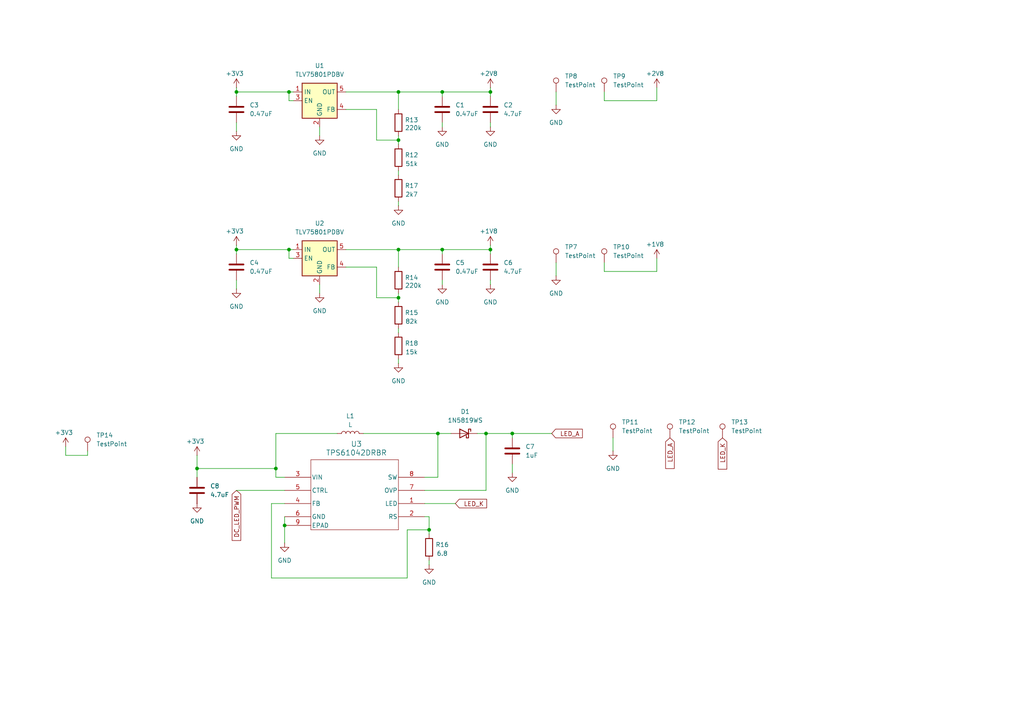
<source format=kicad_sch>
(kicad_sch (version 20250114) (generator "eeschema") (generator_version "9.0")
  (paper "A4")
  (lib_symbols
    (symbol "Connector:TestPoint" (pin_numbers (hide yes)) (pin_names (offset 0.762) (hide yes))
      (property "Reference" "TP" (at 0 6.858 0))
      (property "Value" "TestPoint" (at 0 5.08 0))
      (symbol "TestPoint_0_1"
        (circle (center 0 3.302) (radius 0.762))
      )
      (symbol "TestPoint_1_1"
        (pin passive line (at 0 0 90) (length 2.54) (name "1") (number "1"))
      )
    )
    (symbol "Device:C" (pin_numbers (hide yes)) (pin_names (offset 0.254))
      (property "Reference" "C" (at 0.635 2.54 0))
      (property "Value" "C" (at 0.635 -2.54 0))
      (symbol "C_0_1"
        (polyline (pts (xy -2.032 0.762) (xy 2.032 0.762)) (stroke (width 0.508)))
        (polyline (pts (xy -2.032 -0.762) (xy 2.032 -0.762)) (stroke (width 0.508)))
      )
      (symbol "C_1_1"
        (pin passive line (at 0 3.81 270) (length 2.794) (name "~") (number "1"))
        (pin passive line (at 0 -3.81 90) (length 2.794) (name "~") (number "2"))
      )
    )
    (symbol "Device:L" (pin_numbers (hide yes)) (pin_names (offset 1.016) (hide yes))
      (property "Reference" "L" (at -1.27 0 90))
      (property "Value" "L" (at 1.905 0 90))
      (symbol "L_0_1"
        (arc (start 0 2.54) (mid 0.6323 1.905) (end 0 1.27))
        (arc (start 0 1.27) (mid 0.6323 0.635) (end 0 0))
        (arc (start 0 0) (mid 0.6323 -0.635) (end 0 -1.27))
        (arc (start 0 -1.27) (mid 0.6323 -1.905) (end 0 -2.54))
      )
      (symbol "L_1_1"
        (pin passive line (at 0 3.81 270) (length 1.27) (name "1") (number "1"))
        (pin passive line (at 0 -3.81 90) (length 1.27) (name "2") (number "2"))
      )
    )
    (symbol "Device:R" (pin_numbers (hide yes)) (pin_names (offset 0))
      (property "Reference" "R" (at 2.032 0 90))
      (property "Value" "R" (at 0 0 90))
      (symbol "R_0_1"
        (rectangle (start -1.016 -2.54) (end 1.016 2.54) (stroke (width 0.254)))
      )
      (symbol "R_1_1"
        (pin passive line (at 0 3.81 270) (length 1.27) (name "~") (number "1"))
        (pin passive line (at 0 -3.81 90) (length 1.27) (name "~") (number "2"))
      )
    )
    (symbol "Diode:1N5819WS" (pin_numbers (hide yes)) (pin_names (offset 1.016) (hide yes))
      (property "Reference" "D" (at 0 2.54 0))
      (property "Value" "1N5819WS" (at 0 -2.54 0))
      (symbol "1N5819WS_0_1"
        (polyline (pts (xy -1.905 0.635) (xy -1.905 1.27) (xy -1.27 1.27) (xy -1.27 -1.27) (xy -0.635 -1.27) (xy -0.635 -0.635)) (stroke (width 0.254)))
        (polyline (pts (xy 1.27 1.27) (xy 1.27 -1.27) (xy -1.27 0) (xy 1.27 1.27)) (stroke (width 0.254)))
        (polyline (pts (xy 1.27 0) (xy -1.27 0)))
      )
      (symbol "1N5819WS_1_1"
        (pin passive line (at -3.81 0 0) (length 2.54) (name "K") (number "1"))
        (pin passive line (at 3.81 0 180) (length 2.54) (name "A") (number "2"))
      )
    )
    (symbol "Regulator_Linear:TLV75801PDBV"
      (property "Reference" "U" (at -3.81 6.35 0))
      (property "Value" "TLV75801PDBV" (at 0 6.35 0))
      (symbol "TLV75801PDBV_0_1"
        (rectangle (start 5.08 -5.08) (end -5.08 5.08) (stroke (width 0.254)) (fill (type background)))
      )
      (symbol "TLV75801PDBV_1_1"
        (pin power_in line (at -7.62 2.54 0) (length 2.54) (name "IN") (number "1"))
        (pin input line (at -7.62 0 0) (length 2.54) (name "EN") (number "3"))
        (pin power_in line (at 0 -7.62 90) (length 2.54) (name "GND") (number "2"))
        (pin power_out line (at 7.62 2.54 180) (length 2.54) (name "OUT") (number "5"))
        (pin input line (at 7.62 -2.54 180) (length 2.54) (name "FB") (number "4"))
      )
    )
    (symbol "TPS61042:TPS61042DRBR" (pin_names (offset 0.254))
      (property "Reference" "U" (at 27.94 10.16 0))
      (property "Value" "TPS61042DRBR" (at 27.94 7.62 0))
      (symbol "TPS61042DRBR_0_1"
        (polyline (pts (xy 7.62 5.08) (xy 7.62 -15.24)) (stroke (width 0.127)))
        (polyline (pts (xy 7.62 -15.24) (xy 33.02 -15.24)) (stroke (width 0.127)) (fill (type background)))
        (polyline (pts (xy 33.02 5.08) (xy 7.62 5.08)) (stroke (width 0.127)))
        (polyline (pts (xy 33.02 -15.24) (xy 33.02 5.08)) (stroke (width 0.127)))
        (pin input line (at 0 0 0) (length 7.62) (name "VIN") (number "3"))
        (pin input line (at 0 -3.81 0) (length 7.62) (name "CTRL") (number "5"))
        (pin input line (at 0 -7.62 0) (length 7.62) (name "FB") (number "4"))
        (pin power_in line (at 0 -11.43 0) (length 7.62) (name "GND") (number "6"))
        (pin unspecified line (at 0 -13.97 0) (length 7.62) (name "EPAD") (number "9"))
        (pin input line (at 40.64 0 180) (length 7.62) (name "SW") (number "8"))
        (pin input line (at 40.64 -3.81 180) (length 7.62) (name "OVP") (number "7"))
        (pin input line (at 40.64 -7.62 180) (length 7.62) (name "LED") (number "1"))
        (pin output line (at 40.64 -11.43 180) (length 7.62) (name "RS") (number "2"))
      )
    )
    (symbol "power:GND" (power) (pin_numbers (hide yes)) (pin_names (offset 0) (hide yes))
      (property "Value" "GND" (at 0 -3.81 0))
      (symbol "GND_0_1"
        (polyline (pts (xy 0 0) (xy 0 -1.27) (xy 1.27 -1.27) (xy 0 -2.54) (xy -1.27 -1.27) (xy 0 -1.27)))
      )
      (symbol "GND_1_1"
        (pin power_in line (at 0 0 270) (length 0) (name "~") (number "1"))
      )
    )
    (symbol "power:VCC" (power) (pin_numbers (hide yes)) (pin_names (offset 0) (hide yes))
      (property "Value" "VCC" (at 0 3.556 0))
      (symbol "VCC_0_1"
        (polyline (pts (xy -0.762 1.27) (xy 0 2.54)))
        (polyline (pts (xy 0 2.54) (xy 0.762 1.27)))
        (polyline (pts (xy 0 0) (xy 0 2.54)))
      )
      (symbol "VCC_1_1"
        (pin power_in line (at 0 0 90) (length 0) (name "~") (number "1"))
      )
    )
  )
  (junction (at 83.82 26.67))
  (junction (at 68.58 26.67))
  (junction (at 115.57 26.67))
  (junction (at 83.82 72.39))
  (junction (at 80.01 135.89))
  (junction (at 142.24 72.39))
  (junction (at 142.24 26.67))
  (junction (at 57.15 135.89))
  (junction (at 115.57 40.64))
  (junction (at 127 125.73))
  (junction (at 115.57 86.36))
  (junction (at 68.58 72.39))
  (junction (at 124.46 153.67))
  (junction (at 148.59 125.73))
  (junction (at 82.55 152.4))
  (junction (at 128.27 26.67))
  (junction (at 140.97 125.73))
  (junction (at 115.57 72.39))
  (junction (at 128.27 72.39))
  (wire (pts (xy 68.58 72.39) (xy 68.58 73.66)))
  (wire (pts (xy 177.8 127) (xy 177.8 130.81)))
  (wire (pts (xy 80.01 125.73) (xy 97.79 125.73)))
  (wire (pts (xy 109.22 31.75) (xy 109.22 40.64)))
  (wire (pts (xy 138.43 125.73) (xy 140.97 125.73)))
  (wire (pts (xy 142.24 73.66) (xy 142.24 72.39)))
  (wire (pts (xy 115.57 95.25) (xy 115.57 96.52)))
  (wire (pts (xy 161.29 26.67) (xy 161.29 30.48)))
  (wire (pts (xy 85.09 74.93) (xy 83.82 74.93)))
  (wire (pts (xy 25.4 132.08) (xy 25.4 130.81)))
  (wire (pts (xy 115.57 31.75) (xy 115.57 26.67)))
  (wire (pts (xy 85.09 72.39) (xy 83.82 72.39)))
  (wire (pts (xy 140.97 125.73) (xy 140.97 142.24)))
  (wire (pts (xy 115.57 58.42) (xy 115.57 59.69)))
  (wire (pts (xy 82.55 152.4) (xy 82.55 157.48)))
  (wire (pts (xy 142.24 35.56) (xy 142.24 36.83)))
  (wire (pts (xy 83.82 72.39) (xy 68.58 72.39)))
  (wire (pts (xy 68.58 81.28) (xy 68.58 83.82)))
  (wire (pts (xy 115.57 40.64) (xy 115.57 41.91)))
  (wire (pts (xy 123.19 149.86) (xy 124.46 149.86)))
  (wire (pts (xy 142.24 71.12) (xy 142.24 72.39)))
  (wire (pts (xy 128.27 81.28) (xy 128.27 82.55)))
  (wire (pts (xy 140.97 125.73) (xy 148.59 125.73)))
  (wire (pts (xy 128.27 72.39) (xy 128.27 73.66)))
  (wire (pts (xy 85.09 26.67) (xy 83.82 26.67)))
  (wire (pts (xy 128.27 26.67) (xy 115.57 26.67)))
  (wire (pts (xy 115.57 72.39) (xy 100.33 72.39)))
  (wire (pts (xy 127 125.73) (xy 127 138.43)))
  (wire (pts (xy 190.5 29.21) (xy 175.26 29.21)))
  (wire (pts (xy 123.19 138.43) (xy 127 138.43)))
  (wire (pts (xy 115.57 49.53) (xy 115.57 50.8)))
  (wire (pts (xy 19.05 129.54) (xy 19.05 132.08)))
  (wire (pts (xy 100.33 77.47) (xy 109.22 77.47)))
  (wire (pts (xy 142.24 27.94) (xy 142.24 26.67)))
  (wire (pts (xy 140.97 142.24) (xy 123.19 142.24)))
  (wire (pts (xy 80.01 138.43) (xy 80.01 135.89)))
  (wire (pts (xy 82.55 138.43) (xy 80.01 138.43)))
  (wire (pts (xy 57.15 135.89) (xy 80.01 135.89)))
  (wire (pts (xy 78.74 146.05) (xy 82.55 146.05)))
  (wire (pts (xy 127 125.73) (xy 130.81 125.73)))
  (wire (pts (xy 142.24 26.67) (xy 128.27 26.67)))
  (wire (pts (xy 128.27 72.39) (xy 115.57 72.39)))
  (wire (pts (xy 175.26 29.21) (xy 175.26 26.67)))
  (wire (pts (xy 83.82 26.67) (xy 68.58 26.67)))
  (wire (pts (xy 68.58 26.67) (xy 68.58 27.94)))
  (wire (pts (xy 190.5 25.4) (xy 190.5 29.21)))
  (wire (pts (xy 190.5 78.74) (xy 175.26 78.74)))
  (wire (pts (xy 80.01 135.89) (xy 80.01 125.73)))
  (wire (pts (xy 68.58 35.56) (xy 68.58 38.1)))
  (wire (pts (xy 57.15 138.43) (xy 57.15 135.89)))
  (wire (pts (xy 161.29 76.2) (xy 161.29 80.01)))
  (wire (pts (xy 109.22 40.64) (xy 115.57 40.64)))
  (wire (pts (xy 128.27 26.67) (xy 128.27 27.94)))
  (wire (pts (xy 68.58 71.12) (xy 68.58 72.39)))
  (wire (pts (xy 124.46 153.67) (xy 118.11 153.67)))
  (wire (pts (xy 148.59 125.73) (xy 160.02 125.73)))
  (wire (pts (xy 115.57 77.47) (xy 115.57 72.39)))
  (wire (pts (xy 82.55 149.86) (xy 82.55 152.4)))
  (wire (pts (xy 124.46 162.56) (xy 124.46 163.83)))
  (wire (pts (xy 78.74 167.64) (xy 78.74 146.05)))
  (wire (pts (xy 115.57 85.09) (xy 115.57 86.36)))
  (wire (pts (xy 115.57 104.14) (xy 115.57 105.41)))
  (wire (pts (xy 57.15 132.08) (xy 57.15 135.89)))
  (wire (pts (xy 142.24 25.4) (xy 142.24 26.67)))
  (wire (pts (xy 85.09 29.21) (xy 83.82 29.21)))
  (wire (pts (xy 142.24 81.28) (xy 142.24 82.55)))
  (wire (pts (xy 115.57 26.67) (xy 100.33 26.67)))
  (wire (pts (xy 118.11 167.64) (xy 78.74 167.64)))
  (wire (pts (xy 115.57 86.36) (xy 115.57 87.63)))
  (wire (pts (xy 142.24 72.39) (xy 128.27 72.39)))
  (wire (pts (xy 68.58 25.4) (xy 68.58 26.67)))
  (wire (pts (xy 109.22 86.36) (xy 115.57 86.36)))
  (wire (pts (xy 118.11 153.67) (xy 118.11 167.64)))
  (wire (pts (xy 175.26 78.74) (xy 175.26 76.2)))
  (wire (pts (xy 128.27 35.56) (xy 128.27 36.83)))
  (wire (pts (xy 132.08 146.05) (xy 123.19 146.05)))
  (wire (pts (xy 92.71 82.55) (xy 92.71 85.09)))
  (wire (pts (xy 190.5 74.93) (xy 190.5 78.74)))
  (wire (pts (xy 100.33 31.75) (xy 109.22 31.75)))
  (wire (pts (xy 19.05 132.08) (xy 25.4 132.08)))
  (wire (pts (xy 124.46 153.67) (xy 124.46 149.86)))
  (wire (pts (xy 83.82 72.39) (xy 83.82 74.93)))
  (wire (pts (xy 109.22 77.47) (xy 109.22 86.36)))
  (wire (pts (xy 148.59 134.62) (xy 148.59 137.16)))
  (wire (pts (xy 115.57 39.37) (xy 115.57 40.64)))
  (wire (pts (xy 92.71 36.83) (xy 92.71 39.37)))
  (wire (pts (xy 148.59 125.73) (xy 148.59 127)))
  (wire (pts (xy 124.46 154.94) (xy 124.46 153.67)))
  (wire (pts (xy 105.41 125.73) (xy 127 125.73)))
  (wire (pts (xy 68.58 142.24) (xy 82.55 142.24)))
  (wire (pts (xy 83.82 26.67) (xy 83.82 29.21)))
  (global_label " LED_K" (shape input) (at 209.55 127 270) (property "Intersheetrefs" "${INTERSHEET_REFS}" (effects (hide yes))))
  (global_label "DC_LED_PWM" (shape input) (at 68.58 142.24 270) (property "Intersheetrefs" "${INTERSHEET_REFS}" (effects (hide yes))))
  (global_label " LED_A" (shape input) (at 160.02 125.73 0) (property "Intersheetrefs" "${INTERSHEET_REFS}" (effects (hide yes))))
  (global_label " LED_A" (shape input) (at 194.31 127 270) (property "Intersheetrefs" "${INTERSHEET_REFS}" (effects (hide yes))))
  (global_label " LED_K" (shape input) (at 132.08 146.05 0) (property "Intersheetrefs" "${INTERSHEET_REFS}" (effects (hide yes))))
  (symbol (lib_id "power:VCC") (at 142.24 71.12 0) (unit 1)
    (property "Reference" "#PWR020" (effects (hide yes)))
    (property "Value" "+1V8" (at 141.732 67.056 0))
    (property "Description" "Power symbol creates a global label with name \"VCC\"" (effects (hide yes)))
  )
  (symbol (lib_id "Connector:TestPoint") (at 175.26 26.67 0) (unit 1)
    (property "Reference" "TP9" (at 177.8 22.0979 0) (effects (justify left)))
    (property "Value" "TestPoint" (at 177.8 24.6379 0) (effects (justify left)))
    (property "Footprint" "TestPoint:TestPoint_Pad_D1.0mm" (effects (hide yes)))
    (property "Description" "test point" (effects (hide yes)))
  )
  (symbol (lib_id "TPS61042:TPS61042DRBR") (at 82.55 138.43 0) (unit 1)
    (property "Reference" "U3" (at 103.378 128.778 0) (effects (font (size 1.524 1.524))))
    (property "Value" "TPS61042DRBR" (at 103.378 131.318 0) (effects (font (size 1.524 1.524))))
    (property "Footprint" "lib:DRB8_1P75X1P5" (effects (hide yes)))
    (property "Datasheet" "TPS61042DRBR" (effects (hide yes)))
    (property "LCSC#" "C91304" (effects (hide yes)))
  )
  (symbol (lib_id "power:GND") (at 177.8 130.81 0) (unit 1)
    (property "Reference" "#PWR039" (effects (hide yes)))
    (property "Value" "GND" (at 177.8 135.89 0))
    (property "Description" "Power symbol creates a global label with name \"GND\" , ground" (effects (hide yes)))
  )
  (symbol (lib_id "Device:R") (at 115.57 81.28 180) (unit 1)
    (property "Reference" "R14" (at 119.38 80.518 0))
    (property "Value" "220k" (at 119.888 82.804 0))
    (property "Footprint" "Resistor_SMD:R_0603_1608Metric" (effects (hide yes)))
    (property "Description" "Resistor" (effects (hide yes)))
    (property "LCSC#" "C22961" (effects (hide yes)))
  )
  (symbol (lib_id "power:GND") (at 57.15 146.05 0) (unit 1)
    (property "Reference" "#PWR025" (effects (hide yes)))
    (property "Value" "GND" (at 57.15 151.13 0))
    (property "Description" "Power symbol creates a global label with name \"GND\" , ground" (effects (hide yes)))
  )
  (symbol (lib_id "power:GND") (at 92.71 85.09 0) (unit 1)
    (property "Reference" "#PWR017" (effects (hide yes)))
    (property "Value" "GND" (at 92.71 90.17 0))
    (property "Description" "Power symbol creates a global label with name \"GND\" , ground" (effects (hide yes)))
  )
  (symbol (lib_id "Regulator_Linear:TLV75801PDBV") (at 92.71 29.21 0) (unit 1)
    (property "Reference" "U1" (at 92.71 19.05 0))
    (property "Value" "TLV75801PDBV" (at 92.71 21.59 0))
    (property "Footprint" "Package_TO_SOT_SMD:SOT-23-5" (effects (hide yes)))
    (property "Datasheet" "https://www.ti.com/lit/ds/symlink/tlv758p.pdf" (effects (hide yes)))
    (property "Description" "500mA Low-Dropout Linear Regulator, Adjustable Output, SOT-23-5" (effects (hide yes)))
    (property "LCSC#" "C2877852 " (effects (hide yes)))
  )
  (symbol (lib_id "Device:C") (at 68.58 77.47 0) (unit 1)
    (property "Reference" "C4" (at 72.39 76.1999 0) (effects (justify left)))
    (property "Value" "0.47uF" (at 72.39 78.7399 0) (effects (justify left)))
    (property "Footprint" "Capacitor_SMD:C_0603_1608Metric" (effects (hide yes)))
    (property "Description" "Unpolarized capacitor" (effects (hide yes)))
    (property "LCSC#" "C1623" (effects (hide yes)))
  )
  (symbol (lib_id "power:GND") (at 68.58 38.1 0) (unit 1)
    (property "Reference" "#PWR013" (effects (hide yes)))
    (property "Value" "GND" (at 68.58 43.18 0))
    (property "Description" "Power symbol creates a global label with name \"GND\" , ground" (effects (hide yes)))
  )
  (symbol (lib_id "power:GND") (at 115.57 105.41 0) (unit 1)
    (property "Reference" "#PWR018" (effects (hide yes)))
    (property "Value" "GND" (at 115.57 110.49 0))
    (property "Description" "Power symbol creates a global label with name \"GND\" , ground" (effects (hide yes)))
  )
  (symbol (lib_id "Device:C") (at 148.59 130.81 0) (unit 1)
    (property "Reference" "C7" (at 152.4 129.5399 0) (effects (justify left)))
    (property "Value" "1uF" (at 152.4 132.0799 0) (effects (justify left)))
    (property "Footprint" "Capacitor_SMD:C_0603_1608Metric" (effects (hide yes)))
    (property "Description" "Unpolarized capacitor" (effects (hide yes)))
    (property "LCSC#" "C15849" (effects (hide yes)))
  )
  (symbol (lib_id "Regulator_Linear:TLV75801PDBV") (at 92.71 74.93 0) (unit 1)
    (property "Reference" "U2" (at 92.71 64.77 0))
    (property "Value" "TLV75801PDBV" (at 92.71 67.31 0))
    (property "Footprint" "Package_TO_SOT_SMD:SOT-23-5" (effects (hide yes)))
    (property "Datasheet" "https://www.ti.com/lit/ds/symlink/tlv758p.pdf" (effects (hide yes)))
    (property "Description" "500mA Low-Dropout Linear Regulator, Adjustable Output, SOT-23-5" (effects (hide yes)))
    (property "LCSC#" "C2877852 " (effects (hide yes)))
  )
  (symbol (lib_id "Device:R") (at 115.57 100.33 180) (unit 1)
    (property "Reference" "R18" (at 119.38 99.568 0))
    (property "Value" "15k" (at 119.38 102.108 0))
    (property "Footprint" "Resistor_SMD:R_0603_1608Metric" (effects (hide yes)))
    (property "Description" "Resistor" (effects (hide yes)))
    (property "LCSC#" "C22809" (effects (hide yes)))
  )
  (symbol (lib_id "power:GND") (at 128.27 36.83 0) (unit 1)
    (property "Reference" "#PWR09" (effects (hide yes)))
    (property "Value" "GND" (at 128.27 41.91 0))
    (property "Description" "Power symbol creates a global label with name \"GND\" , ground" (effects (hide yes)))
  )
  (symbol (lib_id "power:VCC") (at 57.15 132.08 0) (unit 1)
    (property "Reference" "#PWR026" (effects (hide yes)))
    (property "Value" "+3V3" (at 56.642 128.016 0))
    (property "Description" "Power symbol creates a global label with name \"VCC\"" (effects (hide yes)))
  )
  (symbol (lib_id "Connector:TestPoint") (at 177.8 127 0) (unit 1)
    (property "Reference" "TP11" (at 180.34 122.4279 0) (effects (justify left)))
    (property "Value" "TestPoint" (at 180.34 124.9679 0) (effects (justify left)))
    (property "Footprint" "TestPoint:TestPoint_Pad_D1.0mm" (effects (hide yes)))
    (property "Description" "test point" (effects (hide yes)))
  )
  (symbol (lib_id "Device:C") (at 142.24 77.47 0) (unit 1)
    (property "Reference" "C6" (at 146.05 76.1999 0) (effects (justify left)))
    (property "Value" "4.7uF" (at 146.05 78.7399 0) (effects (justify left)))
    (property "Footprint" "Capacitor_SMD:C_0603_1608Metric" (effects (hide yes)))
    (property "Description" "Unpolarized capacitor" (effects (hide yes)))
    (property "LCSC#" "C19666 " (effects (hide yes)))
  )
  (symbol (lib_id "Device:R") (at 115.57 45.72 180) (unit 1)
    (property "Reference" "R12" (at 119.38 44.958 0))
    (property "Value" "51k" (at 119.38 47.498 0))
    (property "Footprint" "Resistor_SMD:R_0603_1608Metric" (effects (hide yes)))
    (property "Description" "Resistor" (effects (hide yes)))
    (property "LCSC#" "C23196" (effects (hide yes)))
  )
  (symbol (lib_id "power:VCC") (at 190.5 25.4 0) (unit 1)
    (property "Reference" "#PWR037" (effects (hide yes)))
    (property "Value" "+2V8" (at 189.992 21.336 0))
    (property "Description" "Power symbol creates a global label with name \"VCC\"" (effects (hide yes)))
  )
  (symbol (lib_id "power:GND") (at 161.29 30.48 0) (unit 1)
    (property "Reference" "#PWR036" (effects (hide yes)))
    (property "Value" "GND" (at 161.29 35.56 0))
    (property "Description" "Power symbol creates a global label with name \"GND\" , ground" (effects (hide yes)))
  )
  (symbol (lib_id "Connector:TestPoint") (at 209.55 127 0) (unit 1)
    (property "Reference" "TP13" (at 212.09 122.4279 0) (effects (justify left)))
    (property "Value" "TestPoint" (at 212.09 124.9679 0) (effects (justify left)))
    (property "Footprint" "TestPoint:TestPoint_Pad_D1.0mm" (effects (hide yes)))
    (property "Description" "test point" (effects (hide yes)))
  )
  (symbol (lib_id "power:GND") (at 124.46 163.83 0) (unit 1)
    (property "Reference" "#PWR023" (effects (hide yes)))
    (property "Value" "GND" (at 124.46 168.91 0))
    (property "Description" "Power symbol creates a global label with name \"GND\" , ground" (effects (hide yes)))
  )
  (symbol (lib_id "power:VCC") (at 68.58 25.4 0) (unit 1)
    (property "Reference" "#PWR012" (effects (hide yes)))
    (property "Value" "+3V3" (at 68.072 21.336 0))
    (property "Description" "Power symbol creates a global label with name \"VCC\"" (effects (hide yes)))
  )
  (symbol (lib_id "Device:R") (at 115.57 35.56 180) (unit 1)
    (property "Reference" "R13" (at 119.38 34.798 0))
    (property "Value" "220k" (at 119.888 37.084 0))
    (property "Footprint" "Resistor_SMD:R_0603_1608Metric" (effects (hide yes)))
    (property "Description" "Resistor" (effects (hide yes)))
    (property "LCSC#" "C22961" (effects (hide yes)))
  )
  (symbol (lib_id "power:VCC") (at 19.05 129.54 0) (unit 1)
    (property "Reference" "#PWR040" (effects (hide yes)))
    (property "Value" "+3V3" (at 18.542 125.476 0))
    (property "Description" "Power symbol creates a global label with name \"VCC\"" (effects (hide yes)))
  )
  (symbol (lib_id "Connector:TestPoint") (at 161.29 76.2 0) (unit 1)
    (property "Reference" "TP7" (at 163.83 71.6279 0) (effects (justify left)))
    (property "Value" "TestPoint" (at 163.83 74.1679 0) (effects (justify left)))
    (property "Footprint" "TestPoint:TestPoint_Pad_D1.0mm" (effects (hide yes)))
    (property "Description" "test point" (effects (hide yes)))
  )
  (symbol (lib_id "Connector:TestPoint") (at 175.26 76.2 0) (unit 1)
    (property "Reference" "TP10" (at 177.8 71.6279 0) (effects (justify left)))
    (property "Value" "TestPoint" (at 177.8 74.1679 0) (effects (justify left)))
    (property "Footprint" "TestPoint:TestPoint_Pad_D1.0mm" (effects (hide yes)))
    (property "Description" "test point" (effects (hide yes)))
  )
  (symbol (lib_id "power:GND") (at 128.27 82.55 0) (unit 1)
    (property "Reference" "#PWR019" (effects (hide yes)))
    (property "Value" "GND" (at 128.27 87.63 0))
    (property "Description" "Power symbol creates a global label with name \"GND\" , ground" (effects (hide yes)))
  )
  (symbol (lib_id "power:GND") (at 142.24 82.55 0) (unit 1)
    (property "Reference" "#PWR021" (effects (hide yes)))
    (property "Value" "GND" (at 142.24 87.63 0))
    (property "Description" "Power symbol creates a global label with name \"GND\" , ground" (effects (hide yes)))
  )
  (symbol (lib_id "Connector:TestPoint") (at 161.29 26.67 0) (unit 1)
    (property "Reference" "TP8" (at 163.83 22.0979 0) (effects (justify left)))
    (property "Value" "TestPoint" (at 163.83 24.6379 0) (effects (justify left)))
    (property "Footprint" "TestPoint:TestPoint_Pad_D1.0mm" (effects (hide yes)))
    (property "Description" "test point" (effects (hide yes)))
  )
  (symbol (lib_id "Connector:TestPoint") (at 25.4 130.81 0) (unit 1)
    (property "Reference" "TP14" (at 27.94 126.2379 0) (effects (justify left)))
    (property "Value" "TestPoint" (at 27.94 128.7779 0) (effects (justify left)))
    (property "Footprint" "TestPoint:TestPoint_Pad_D1.0mm" (effects (hide yes)))
    (property "Description" "test point" (effects (hide yes)))
  )
  (symbol (lib_id "power:GND") (at 161.29 80.01 0) (unit 1)
    (property "Reference" "#PWR035" (effects (hide yes)))
    (property "Value" "GND" (at 161.29 85.09 0))
    (property "Description" "Power symbol creates a global label with name \"GND\" , ground" (effects (hide yes)))
  )
  (symbol (lib_id "Device:C") (at 128.27 77.47 0) (unit 1)
    (property "Reference" "C5" (at 132.08 76.1999 0) (effects (justify left)))
    (property "Value" "0.47uF" (at 132.08 78.7399 0) (effects (justify left)))
    (property "Footprint" "Capacitor_SMD:C_0603_1608Metric" (effects (hide yes)))
    (property "Description" "Unpolarized capacitor" (effects (hide yes)))
    (property "LCSC#" "C1623" (effects (hide yes)))
  )
  (symbol (lib_id "power:GND") (at 68.58 83.82 0) (unit 1)
    (property "Reference" "#PWR016" (effects (hide yes)))
    (property "Value" "GND" (at 68.58 88.9 0))
    (property "Description" "Power symbol creates a global label with name \"GND\" , ground" (effects (hide yes)))
  )
  (symbol (lib_id "Connector:TestPoint") (at 194.31 127 0) (unit 1)
    (property "Reference" "TP12" (at 196.85 122.4279 0) (effects (justify left)))
    (property "Value" "TestPoint" (at 196.85 124.9679 0) (effects (justify left)))
    (property "Footprint" "TestPoint:TestPoint_Pad_D1.0mm" (effects (hide yes)))
    (property "Description" "test point" (effects (hide yes)))
  )
  (symbol (lib_id "Device:R") (at 115.57 91.44 180) (unit 1)
    (property "Reference" "R15" (at 119.38 90.678 0))
    (property "Value" "82k" (at 119.38 93.218 0))
    (property "Footprint" "Resistor_SMD:R_0603_1608Metric" (effects (hide yes)))
    (property "Description" "Resistor" (effects (hide yes)))
    (property "LCSC#" "C23254" (effects (hide yes)))
  )
  (symbol (lib_id "Device:R") (at 124.46 158.75 180) (unit 1)
    (property "Reference" "R16" (at 128.27 157.988 0))
    (property "Value" "6.8" (at 128.27 160.528 0))
    (property "Footprint" "Resistor_SMD:R_0603_1608Metric" (effects (hide yes)))
    (property "Description" "Resistor" (effects (hide yes)))
  )
  (symbol (lib_id "power:VCC") (at 68.58 71.12 0) (unit 1)
    (property "Reference" "#PWR015" (effects (hide yes)))
    (property "Value" "+3V3" (at 68.072 67.056 0))
    (property "Description" "Power symbol creates a global label with name \"VCC\"" (effects (hide yes)))
  )
  (symbol (lib_id "Device:C") (at 128.27 31.75 0) (unit 1)
    (property "Reference" "C1" (at 132.08 30.4799 0) (effects (justify left)))
    (property "Value" "0.47uF" (at 132.08 33.0199 0) (effects (justify left)))
    (property "Footprint" "Capacitor_SMD:C_0603_1608Metric" (effects (hide yes)))
    (property "Description" "Unpolarized capacitor" (effects (hide yes)))
    (property "LCSC#" "C1623" (effects (hide yes)))
  )
  (symbol (lib_id "Device:C") (at 142.24 31.75 0) (unit 1)
    (property "Reference" "C2" (at 146.05 30.4799 0) (effects (justify left)))
    (property "Value" "4.7uF" (at 146.05 33.0199 0) (effects (justify left)))
    (property "Footprint" "Capacitor_SMD:C_0603_1608Metric" (effects (hide yes)))
    (property "Description" "Unpolarized capacitor" (effects (hide yes)))
    (property "LCSC#" "C19666 " (effects (hide yes)))
  )
  (symbol (lib_id "Device:R") (at 115.57 54.61 180) (unit 1)
    (property "Reference" "R17" (at 119.38 53.848 0))
    (property "Value" "2k7" (at 119.38 56.388 0))
    (property "Footprint" "Resistor_SMD:R_0603_1608Metric" (effects (hide yes)))
    (property "Description" "Resistor" (effects (hide yes)))
    (property "LCSC#" "C13167" (effects (hide yes)))
  )
  (symbol (lib_id "Device:C") (at 68.58 31.75 0) (unit 1)
    (property "Reference" "C3" (at 72.39 30.4799 0) (effects (justify left)))
    (property "Value" "0.47uF" (at 72.39 33.0199 0) (effects (justify left)))
    (property "Footprint" "Capacitor_SMD:C_0603_1608Metric" (effects (hide yes)))
    (property "Description" "Unpolarized capacitor" (effects (hide yes)))
    (property "LCSC#" "C1623" (effects (hide yes)))
  )
  (symbol (lib_id "power:GND") (at 142.24 36.83 0) (unit 1)
    (property "Reference" "#PWR010" (effects (hide yes)))
    (property "Value" "GND" (at 142.24 41.91 0))
    (property "Description" "Power symbol creates a global label with name \"GND\" , ground" (effects (hide yes)))
  )
  (symbol (lib_id "power:GND") (at 82.55 157.48 0) (unit 1)
    (property "Reference" "#PWR024" (effects (hide yes)))
    (property "Value" "GND" (at 82.55 162.56 0))
    (property "Description" "Power symbol creates a global label with name \"GND\" , ground" (effects (hide yes)))
  )
  (symbol (lib_id "power:GND") (at 115.57 59.69 0) (unit 1)
    (property "Reference" "#PWR08" (effects (hide yes)))
    (property "Value" "GND" (at 115.57 64.77 0))
    (property "Description" "Power symbol creates a global label with name \"GND\" , ground" (effects (hide yes)))
  )
  (symbol (lib_id "power:GND") (at 148.59 137.16 0) (unit 1)
    (property "Reference" "#PWR022" (effects (hide yes)))
    (property "Value" "GND" (at 148.59 142.24 0))
    (property "Description" "Power symbol creates a global label with name \"GND\" , ground" (effects (hide yes)))
  )
  (symbol (lib_id "power:VCC") (at 190.5 74.93 0) (unit 1)
    (property "Reference" "#PWR038" (effects (hide yes)))
    (property "Value" "+1V8" (at 189.992 70.866 0))
    (property "Description" "Power symbol creates a global label with name \"VCC\"" (effects (hide yes)))
  )
  (symbol (lib_id "Device:L") (at 101.6 125.73 90) (unit 1)
    (property "Reference" "L1" (at 101.6 120.65 90))
    (property "Value" "L" (at 101.6 123.19 90))
    (property "Footprint" "Inductor_SMD:L_1210_3225Metric" (effects (hide yes)))
    (property "Description" "DFE322512F-4R7M=P2" (effects (hide yes)))
    (property "LCSC #" "C703083" (effects (hide yes)))
  )
  (symbol (lib_id "Device:C") (at 57.15 142.24 0) (unit 1)
    (property "Reference" "C8" (at 60.96 140.9699 0) (effects (justify left)))
    (property "Value" "4.7uF" (at 60.96 143.5099 0) (effects (justify left)))
    (property "Footprint" "Capacitor_SMD:C_0603_1608Metric" (effects (hide yes)))
    (property "Description" "Unpolarized capacitor" (effects (hide yes)))
    (property "LCSC#" "C19666 " (effects (hide yes)))
  )
  (symbol (lib_id "power:GND") (at 92.71 39.37 0) (unit 1)
    (property "Reference" "#PWR014" (effects (hide yes)))
    (property "Value" "GND" (at 92.71 44.45 0))
    (property "Description" "Power symbol creates a global label with name \"GND\" , ground" (effects (hide yes)))
  )
  (symbol (lib_id "power:VCC") (at 142.24 25.4 0) (unit 1)
    (property "Reference" "#PWR011" (effects (hide yes)))
    (property "Value" "+2V8" (at 141.732 21.336 0))
    (property "Description" "Power symbol creates a global label with name \"VCC\"" (effects (hide yes)))
  )
  (symbol (lib_id "Diode:1N5819WS") (at 134.62 125.73 0) (mirror y) (unit 1)
    (property "Reference" "D1" (at 134.9375 119.38 0))
    (property "Value" "1N5819WS" (at 134.9375 121.92 0))
    (property "Footprint" "Diode_SMD:D_SOD-323" (effects (hide yes)))
    (property "Datasheet" "https://datasheet.lcsc.com/lcsc/2204281430_Guangdong-Hottech-1N5819WS_C191023.pdf" (effects (hide yes)))
    (property "Description" "40V 600mV@1A 1A SOD-323 Schottky Barrier Diodes, SOD-323" (effects (hide yes)))
    (property "LCSC#" "C191023" (effects (hide yes)))
  )
)
</source>
